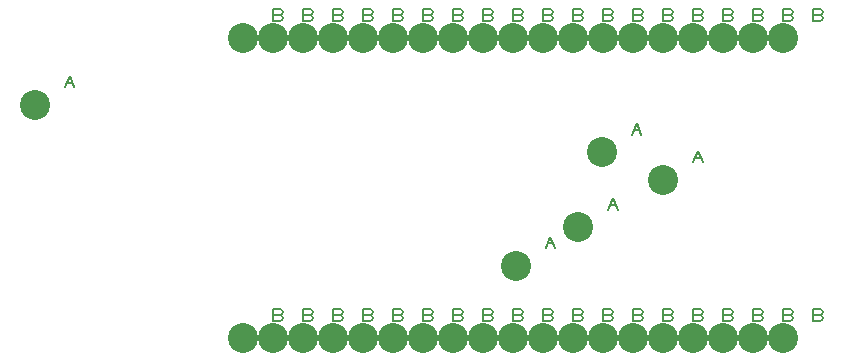
<source format=gbr>
G04 DesignSpark PCB Gerber Version 10.0 Build 5299*
G04 #@! TF.Part,Single*
G04 #@! TF.FileFunction,Drillmap*
G04 #@! TF.FilePolarity,Positive*
%FSLAX35Y35*%
%MOIN*%
%ADD25C,0.00500*%
G04 #@! TA.AperFunction,ViaPad*
%ADD28C,0.10000*%
G04 #@! TD.AperFunction*
X0Y0D02*
D02*
D25*
X107100Y90993D02*
X108663Y94743D01*
X110226Y90993D01*
X107726Y92555D02*
X109600D01*
X178737Y15112D02*
X179362Y14799D01*
X179674Y14174D01*
X179362Y13549D01*
X178737Y13237D01*
X176549D01*
Y16987D01*
X178737D01*
X179362Y16674D01*
X179674Y16049D01*
X179362Y15424D01*
X178737Y15112D01*
X176549D01*
X178737Y115112D02*
X179362Y114799D01*
X179674Y114174D01*
X179362Y113549D01*
X178737Y113237D01*
X176549D01*
Y116987D01*
X178737D01*
X179362Y116674D01*
X179674Y116049D01*
X179362Y115424D01*
X178737Y115112D01*
X176549D01*
X188737Y15112D02*
X189362Y14799D01*
X189674Y14174D01*
X189362Y13549D01*
X188737Y13237D01*
X186549D01*
Y16987D01*
X188737D01*
X189362Y16674D01*
X189674Y16049D01*
X189362Y15424D01*
X188737Y15112D01*
X186549D01*
X188737Y115112D02*
X189362Y114799D01*
X189674Y114174D01*
X189362Y113549D01*
X188737Y113237D01*
X186549D01*
Y116987D01*
X188737D01*
X189362Y116674D01*
X189674Y116049D01*
X189362Y115424D01*
X188737Y115112D01*
X186549D01*
X198737Y15112D02*
X199362Y14799D01*
X199674Y14174D01*
X199362Y13549D01*
X198737Y13237D01*
X196549D01*
Y16987D01*
X198737D01*
X199362Y16674D01*
X199674Y16049D01*
X199362Y15424D01*
X198737Y15112D01*
X196549D01*
X198737Y115112D02*
X199362Y114799D01*
X199674Y114174D01*
X199362Y113549D01*
X198737Y113237D01*
X196549D01*
Y116987D01*
X198737D01*
X199362Y116674D01*
X199674Y116049D01*
X199362Y115424D01*
X198737Y115112D01*
X196549D01*
X208737Y15112D02*
X209362Y14799D01*
X209674Y14174D01*
X209362Y13549D01*
X208737Y13237D01*
X206549D01*
Y16987D01*
X208737D01*
X209362Y16674D01*
X209674Y16049D01*
X209362Y15424D01*
X208737Y15112D01*
X206549D01*
X208737Y115112D02*
X209362Y114799D01*
X209674Y114174D01*
X209362Y113549D01*
X208737Y113237D01*
X206549D01*
Y116987D01*
X208737D01*
X209362Y116674D01*
X209674Y116049D01*
X209362Y115424D01*
X208737Y115112D01*
X206549D01*
X218737Y15112D02*
X219362Y14799D01*
X219674Y14174D01*
X219362Y13549D01*
X218737Y13237D01*
X216549D01*
Y16987D01*
X218737D01*
X219362Y16674D01*
X219674Y16049D01*
X219362Y15424D01*
X218737Y15112D01*
X216549D01*
X218737Y115112D02*
X219362Y114799D01*
X219674Y114174D01*
X219362Y113549D01*
X218737Y113237D01*
X216549D01*
Y116987D01*
X218737D01*
X219362Y116674D01*
X219674Y116049D01*
X219362Y115424D01*
X218737Y115112D01*
X216549D01*
X228737Y15112D02*
X229362Y14799D01*
X229674Y14174D01*
X229362Y13549D01*
X228737Y13237D01*
X226549D01*
Y16987D01*
X228737D01*
X229362Y16674D01*
X229674Y16049D01*
X229362Y15424D01*
X228737Y15112D01*
X226549D01*
X228737Y115112D02*
X229362Y114799D01*
X229674Y114174D01*
X229362Y113549D01*
X228737Y113237D01*
X226549D01*
Y116987D01*
X228737D01*
X229362Y116674D01*
X229674Y116049D01*
X229362Y115424D01*
X228737Y115112D01*
X226549D01*
X238737Y15112D02*
X239362Y14799D01*
X239674Y14174D01*
X239362Y13549D01*
X238737Y13237D01*
X236549D01*
Y16987D01*
X238737D01*
X239362Y16674D01*
X239674Y16049D01*
X239362Y15424D01*
X238737Y15112D01*
X236549D01*
X238737Y115112D02*
X239362Y114799D01*
X239674Y114174D01*
X239362Y113549D01*
X238737Y113237D01*
X236549D01*
Y116987D01*
X238737D01*
X239362Y116674D01*
X239674Y116049D01*
X239362Y115424D01*
X238737Y115112D01*
X236549D01*
X248737Y15112D02*
X249362Y14799D01*
X249674Y14174D01*
X249362Y13549D01*
X248737Y13237D01*
X246549D01*
Y16987D01*
X248737D01*
X249362Y16674D01*
X249674Y16049D01*
X249362Y15424D01*
X248737Y15112D01*
X246549D01*
X248737Y115112D02*
X249362Y114799D01*
X249674Y114174D01*
X249362Y113549D01*
X248737Y113237D01*
X246549D01*
Y116987D01*
X248737D01*
X249362Y116674D01*
X249674Y116049D01*
X249362Y115424D01*
X248737Y115112D01*
X246549D01*
X258737Y15112D02*
X259362Y14799D01*
X259674Y14174D01*
X259362Y13549D01*
X258737Y13237D01*
X256549D01*
Y16987D01*
X258737D01*
X259362Y16674D01*
X259674Y16049D01*
X259362Y15424D01*
X258737Y15112D01*
X256549D01*
X258737Y115112D02*
X259362Y114799D01*
X259674Y114174D01*
X259362Y113549D01*
X258737Y113237D01*
X256549D01*
Y116987D01*
X258737D01*
X259362Y116674D01*
X259674Y116049D01*
X259362Y115424D01*
X258737Y115112D01*
X256549D01*
X268737Y15112D02*
X269362Y14799D01*
X269674Y14174D01*
X269362Y13549D01*
X268737Y13237D01*
X266549D01*
Y16987D01*
X268737D01*
X269362Y16674D01*
X269674Y16049D01*
X269362Y15424D01*
X268737Y15112D01*
X266549D01*
X268737Y115112D02*
X269362Y114799D01*
X269674Y114174D01*
X269362Y113549D01*
X268737Y113237D01*
X266549D01*
Y116987D01*
X268737D01*
X269362Y116674D01*
X269674Y116049D01*
X269362Y115424D01*
X268737Y115112D01*
X266549D01*
X267337Y37430D02*
X268899Y41180D01*
X270462Y37430D01*
X267962Y38992D02*
X269837D01*
X278737Y15112D02*
X279362Y14799D01*
X279674Y14174D01*
X279362Y13549D01*
X278737Y13237D01*
X276549D01*
Y16987D01*
X278737D01*
X279362Y16674D01*
X279674Y16049D01*
X279362Y15424D01*
X278737Y15112D01*
X276549D01*
X278737Y115112D02*
X279362Y114799D01*
X279674Y114174D01*
X279362Y113549D01*
X278737Y113237D01*
X276549D01*
Y116987D01*
X278737D01*
X279362Y116674D01*
X279674Y116049D01*
X279362Y115424D01*
X278737Y115112D01*
X276549D01*
X288737Y15112D02*
X289362Y14799D01*
X289674Y14174D01*
X289362Y13549D01*
X288737Y13237D01*
X286549D01*
Y16987D01*
X288737D01*
X289362Y16674D01*
X289674Y16049D01*
X289362Y15424D01*
X288737Y15112D01*
X286549D01*
X288737Y115112D02*
X289362Y114799D01*
X289674Y114174D01*
X289362Y113549D01*
X288737Y113237D01*
X286549D01*
Y116987D01*
X288737D01*
X289362Y116674D01*
X289674Y116049D01*
X289362Y115424D01*
X288737Y115112D01*
X286549D01*
X288203Y50244D02*
X289765Y53994D01*
X291328Y50244D01*
X288828Y51807D02*
X290703D01*
X296077Y75244D02*
X297639Y78994D01*
X299202Y75244D01*
X296702Y76807D02*
X298577D01*
X298737Y15112D02*
X299362Y14799D01*
X299674Y14174D01*
X299362Y13549D01*
X298737Y13237D01*
X296549D01*
Y16987D01*
X298737D01*
X299362Y16674D01*
X299674Y16049D01*
X299362Y15424D01*
X298737Y15112D01*
X296549D01*
X298737Y115112D02*
X299362Y114799D01*
X299674Y114174D01*
X299362Y113549D01*
X298737Y113237D01*
X296549D01*
Y116987D01*
X298737D01*
X299362Y116674D01*
X299674Y116049D01*
X299362Y115424D01*
X298737Y115112D01*
X296549D01*
X308737Y15112D02*
X309362Y14799D01*
X309674Y14174D01*
X309362Y13549D01*
X308737Y13237D01*
X306549D01*
Y16987D01*
X308737D01*
X309362Y16674D01*
X309674Y16049D01*
X309362Y15424D01*
X308737Y15112D01*
X306549D01*
X308737Y115112D02*
X309362Y114799D01*
X309674Y114174D01*
X309362Y113549D01*
X308737Y113237D01*
X306549D01*
Y116987D01*
X308737D01*
X309362Y116674D01*
X309674Y116049D01*
X309362Y115424D01*
X308737Y115112D01*
X306549D01*
X318737Y15112D02*
X319362Y14799D01*
X319674Y14174D01*
X319362Y13549D01*
X318737Y13237D01*
X316549D01*
Y16987D01*
X318737D01*
X319362Y16674D01*
X319674Y16049D01*
X319362Y15424D01*
X318737Y15112D01*
X316549D01*
Y65993D02*
X318112Y69743D01*
X319674Y65993D01*
X317174Y67555D02*
X319049D01*
X318737Y115112D02*
X319362Y114799D01*
X319674Y114174D01*
X319362Y113549D01*
X318737Y113237D01*
X316549D01*
Y116987D01*
X318737D01*
X319362Y116674D01*
X319674Y116049D01*
X319362Y115424D01*
X318737Y115112D01*
X316549D01*
X328737Y15112D02*
X329362Y14799D01*
X329674Y14174D01*
X329362Y13549D01*
X328737Y13237D01*
X326549D01*
Y16987D01*
X328737D01*
X329362Y16674D01*
X329674Y16049D01*
X329362Y15424D01*
X328737Y15112D01*
X326549D01*
X328737Y115112D02*
X329362Y114799D01*
X329674Y114174D01*
X329362Y113549D01*
X328737Y113237D01*
X326549D01*
Y116987D01*
X328737D01*
X329362Y116674D01*
X329674Y116049D01*
X329362Y115424D01*
X328737Y115112D01*
X326549D01*
X338737Y15112D02*
X339362Y14799D01*
X339674Y14174D01*
X339362Y13549D01*
X338737Y13237D01*
X336549D01*
Y16987D01*
X338737D01*
X339362Y16674D01*
X339674Y16049D01*
X339362Y15424D01*
X338737Y15112D01*
X336549D01*
X338737Y115112D02*
X339362Y114799D01*
X339674Y114174D01*
X339362Y113549D01*
X338737Y113237D01*
X336549D01*
Y116987D01*
X338737D01*
X339362Y116674D01*
X339674Y116049D01*
X339362Y115424D01*
X338737Y115112D01*
X336549D01*
X348737Y15112D02*
X349362Y14799D01*
X349674Y14174D01*
X349362Y13549D01*
X348737Y13237D01*
X346549D01*
Y16987D01*
X348737D01*
X349362Y16674D01*
X349674Y16049D01*
X349362Y15424D01*
X348737Y15112D01*
X346549D01*
X348737Y115112D02*
X349362Y114799D01*
X349674Y114174D01*
X349362Y113549D01*
X348737Y113237D01*
X346549D01*
Y116987D01*
X348737D01*
X349362Y116674D01*
X349674Y116049D01*
X349362Y115424D01*
X348737Y115112D01*
X346549D01*
X358737Y15112D02*
X359362Y14799D01*
X359674Y14174D01*
X359362Y13549D01*
X358737Y13237D01*
X356549D01*
Y16987D01*
X358737D01*
X359362Y16674D01*
X359674Y16049D01*
X359362Y15424D01*
X358737Y15112D01*
X356549D01*
X358737Y115112D02*
X359362Y114799D01*
X359674Y114174D01*
X359362Y113549D01*
X358737Y113237D01*
X356549D01*
Y116987D01*
X358737D01*
X359362Y116674D01*
X359674Y116049D01*
X359362Y115424D01*
X358737Y115112D01*
X356549D01*
D02*
D28*
X97100Y85055D03*
X166549Y7299D03*
Y107299D03*
X176549Y7299D03*
Y107299D03*
X186549Y7299D03*
Y107299D03*
X196549Y7299D03*
Y107299D03*
X206549Y7299D03*
Y107299D03*
X216549Y7299D03*
Y107299D03*
X226549Y7299D03*
Y107299D03*
X236549Y7299D03*
Y107299D03*
X246549Y7299D03*
Y107299D03*
X256549Y7299D03*
Y107299D03*
X257337Y31492D03*
X266549Y7299D03*
Y107299D03*
X276549Y7299D03*
Y107299D03*
X278203Y44307D03*
X286077Y69307D03*
X286549Y7299D03*
Y107299D03*
X296549Y7299D03*
Y107299D03*
X306549Y7299D03*
Y60055D03*
Y107299D03*
X316549Y7299D03*
Y107299D03*
X326549Y7299D03*
Y107299D03*
X336549Y7299D03*
Y107299D03*
X346549Y7299D03*
Y107299D03*
X0Y0D02*
M02*

</source>
